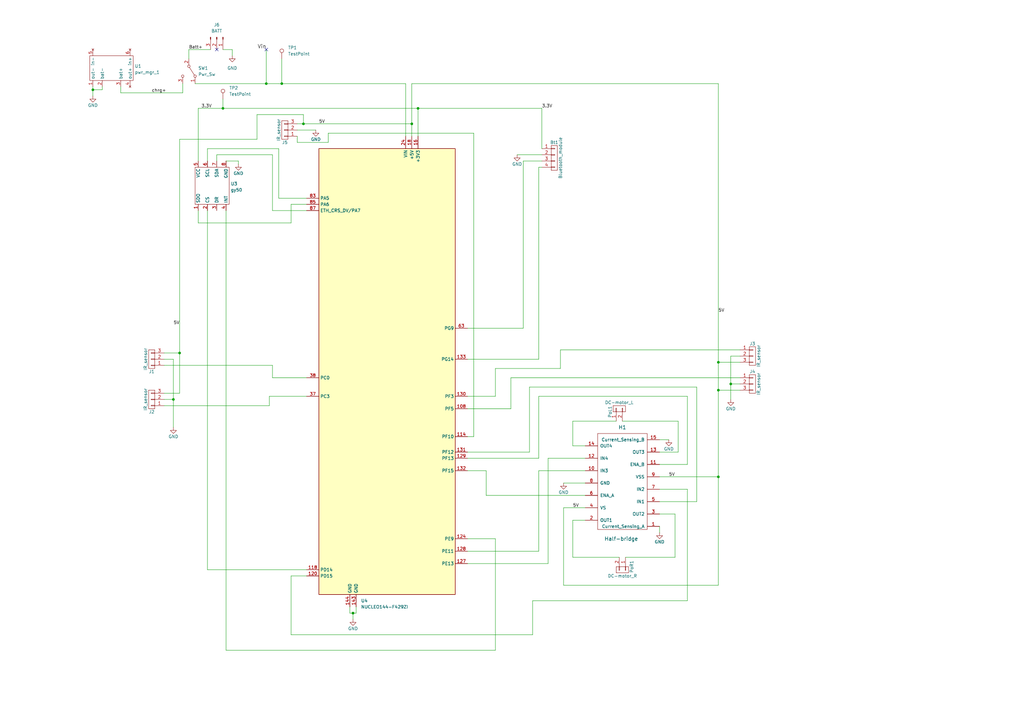
<source format=kicad_sch>
(kicad_sch (version 20211123) (generator eeschema)
  (paper "A3")
  (lib_symbols
    (symbol "Connector:Conn_01x03_Male" (pin_names (offset 1.016) hide)
      (property "Reference" "J" (at 0 5.08 0))
      (property "Value" "Conn_01x03_Male" (at 0 -5.08 0))
      (symbol "Conn_01x03_Male_1_1"
        (polyline (pts (xy 1.27 -2.54) (xy 0.8636 -2.54)) (stroke (width 0.1524)))
        (polyline (pts (xy 1.27 0) (xy 0.8636 0)) (stroke (width 0.1524)))
        (polyline (pts (xy 1.27 2.54) (xy 0.8636 2.54)) (stroke (width 0.1524)))
        (rectangle (start 0.8636 -2.413) (end 0 -2.667) (stroke (width 0.1524)) (fill (type outline)))
        (rectangle (start 0.8636 0.127) (end 0 -0.127) (stroke (width 0.1524)) (fill (type outline)))
        (rectangle (start 0.8636 2.667) (end 0 2.413) (stroke (width 0.1524)) (fill (type outline)))
        (pin passive line (at 5.08 2.54 180) (length 3.81) (name "Pin_1") (number "1"))
        (pin passive line (at 5.08 0 180) (length 3.81) (name "Pin_2") (number "2"))
        (pin passive line (at 5.08 -2.54 180) (length 3.81) (name "Pin_3") (number "3"))
      )
    )
    (symbol "Connector:TestPoint" (pin_numbers hide) (pin_names (offset 0.762) hide)
      (property "Reference" "TP" (at 0 6.858 0))
      (property "Value" "TestPoint" (at 0 5.08 0))
      (symbol "TestPoint_0_1"
        (circle (center 0 3.302) (radius 0.762))
      )
      (symbol "TestPoint_1_1"
        (pin passive line (at 0 0 90) (length 2.54) (name "1") (number "1"))
      )
    )
    (symbol "MCU_Module:NUCLEO144-F429ZI"
      (property "Reference" "U4" (at -4.3306 -93.98 0))
      (property "Value" "NUCLEO144-F429ZI" (at -4.3306 -96.52 0))
      (symbol "NUCLEO144-F429ZI_0_1"
        (rectangle (start -21.59 91.44) (end 34.29 -91.44) (stroke (width 0.254)) (fill (type background)))
      )
      (symbol "NUCLEO144-F429ZI_1_1"
        (pin bidirectional line (at 39.37 -15.24 180) (length 5.08) (name "PF5") (number "108"))
        (pin bidirectional line (at 39.37 -26.67 180) (length 5.08) (name "PF10") (number "114"))
        (pin bidirectional line (at -26.67 -81.28 0) (length 5.08) (name "PD14") (number "118"))
        (pin bidirectional line (at -26.67 -83.82 0) (length 5.08) (name "PD15") (number "120"))
        (pin bidirectional line (at 39.37 -68.58 180) (length 5.08) (name "PE9") (number "124"))
        (pin bidirectional line (at 39.37 -78.74 180) (length 5.08) (name "PE13") (number "127"))
        (pin bidirectional line (at 39.37 -73.66 180) (length 5.08) (name "PE11") (number "128"))
        (pin bidirectional line (at 39.37 -35.56 180) (length 5.08) (name "PF13") (number "129"))
        (pin bidirectional line (at 39.37 -10.16 180) (length 5.08) (name "PF3") (number "130"))
        (pin bidirectional line (at 39.37 -33.02 180) (length 5.08) (name "PF12") (number "131"))
        (pin bidirectional line (at 39.37 -40.64 180) (length 5.08) (name "PF15") (number "132"))
        (pin bidirectional line (at 39.37 5.08 180) (length 5.08) (name "PG14") (number "133"))
        (pin power_in line (at -6.35 -96.52 90) (length 5.08) (name "GND") (number "143"))
        (pin power_in line (at -8.89 -96.52 90) (length 5.08) (name "GND") (number "144"))
        (pin power_in line (at 19.05 96.52 270) (length 5.08) (name "+3V3") (number "16"))
        (pin power_in line (at 16.51 96.52 270) (length 5.08) (name "+5V") (number "18"))
        (pin power_in line (at 13.97 96.52 270) (length 5.08) (name "VIN") (number "24"))
        (pin bidirectional line (at -26.67 -10.16 0) (length 5.08) (name "PC3") (number "37"))
        (pin bidirectional line (at -26.67 -2.54 0) (length 5.08) (name "PC0") (number "38"))
        (pin bidirectional line (at 39.37 17.78 180) (length 5.08) (name "PG9") (number "63"))
        (pin bidirectional line (at -26.67 71.12 0) (length 5.08) (name "PA5") (number "83"))
        (pin bidirectional line (at -26.67 68.58 0) (length 5.08) (name "PA6") (number "85"))
        (pin bidirectional line (at -26.67 66.04 0) (length 5.08) (name "ETH_CRS_DV/PA7") (number "87"))
      )
    )
    (symbol "Switch:SW_SPDT" (pin_names (offset 0) hide)
      (property "Reference" "SW" (at 0 4.318 0))
      (property "Value" "SW_SPDT" (at 0 -5.08 0))
      (symbol "SW_SPDT_0_0"
        (circle (center -2.032 0) (radius 0.508))
        (circle (center 2.032 -2.54) (radius 0.508))
      )
      (symbol "SW_SPDT_0_1"
        (polyline (pts (xy -1.524 0.254) (xy 1.651 2.286)))
        (circle (center 2.032 2.54) (radius 0.508))
      )
      (symbol "SW_SPDT_1_1"
        (pin passive line (at 5.08 2.54 180) (length 2.54) (name "A") (number "1"))
        (pin passive line (at -5.08 0 0) (length 2.54) (name "B") (number "2"))
        (pin passive line (at 5.08 -2.54 180) (length 2.54) (name "C") (number "3"))
      )
    )
    (symbol "ardu_auto2_0-rescue:CONN_01X02-Arduino_shield-rescue" (pin_names (offset 1.016) hide)
      (property "Reference" "J" (at 0 3.81 0))
      (property "Value" "CONN_01X02-Arduino_shield-rescue" (at 2.54 0 90))
      (symbol "CONN_01X02-Arduino_shield-rescue_0_1"
        (rectangle (start -1.27 -1.143) (end 0.254 -1.397))
        (rectangle (start -1.27 1.397) (end 0.254 1.143))
        (rectangle (start -1.27 2.54) (end 1.27 -2.54))
      )
      (symbol "CONN_01X02-Arduino_shield-rescue_1_1"
        (pin passive line (at -5.08 1.27 0) (length 3.81) (name "P1") (number "1"))
        (pin passive line (at -5.08 -1.27 0) (length 3.81) (name "P2") (number "2"))
      )
    )
    (symbol "ardu_auto2_0-rescue:CONN_01X03-Arduino_shield-rescue" (pin_names (offset 1.016) hide)
      (property "Reference" "J" (at 0 5.08 0))
      (property "Value" "CONN_01X03-Arduino_shield-rescue" (at 2.54 0 90))
      (symbol "CONN_01X03-Arduino_shield-rescue_0_1"
        (rectangle (start -1.27 -2.413) (end 0.254 -2.667))
        (rectangle (start -1.27 0.127) (end 0.254 -0.127))
        (rectangle (start -1.27 2.667) (end 0.254 2.413))
        (rectangle (start -1.27 3.81) (end 1.27 -3.81))
      )
      (symbol "CONN_01X03-Arduino_shield-rescue_1_1"
        (pin passive line (at -5.08 2.54 0) (length 3.81) (name "P1") (number "1"))
        (pin passive line (at -5.08 0 0) (length 3.81) (name "P2") (number "2"))
        (pin passive line (at -5.08 -2.54 0) (length 3.81) (name "P3") (number "3"))
      )
    )
    (symbol "ardu_auto2_0-rescue:CONN_01X04-Arduino_shield-rescue" (pin_names (offset 1.016) hide)
      (property "Reference" "J" (at 0 6.35 0))
      (property "Value" "CONN_01X04-Arduino_shield-rescue" (at 2.54 0 90))
      (symbol "CONN_01X04-Arduino_shield-rescue_0_1"
        (rectangle (start -1.27 -3.683) (end 0.254 -3.937))
        (rectangle (start -1.27 -1.143) (end 0.254 -1.397))
        (rectangle (start -1.27 1.397) (end 0.254 1.143))
        (rectangle (start -1.27 3.937) (end 0.254 3.683))
        (rectangle (start -1.27 5.08) (end 1.27 -5.08))
      )
      (symbol "CONN_01X04-Arduino_shield-rescue_1_1"
        (pin passive line (at -5.08 3.81 0) (length 3.81) (name "P1") (number "1"))
        (pin passive line (at -5.08 1.27 0) (length 3.81) (name "P2") (number "2"))
        (pin passive line (at -5.08 -1.27 0) (length 3.81) (name "P3") (number "3"))
        (pin passive line (at -5.08 -3.81 0) (length 3.81) (name "P4") (number "4"))
      )
    )
    (symbol "ardu_auto2_0-rescue:Half-bridge-Arduino_shield-rescue" (pin_names (offset 1.016))
      (property "Reference" "U" (at -15.24 40.64 0))
      (property "Value" "Half-bridge-Arduino_shield-rescue" (at -13.97 -5.08 0))
      (symbol "Half-bridge-Arduino_shield-rescue_0_1"
        (rectangle (start -25.4 38.1) (end -5.08 -1.27))
      )
      (symbol "Half-bridge-Arduino_shield-rescue_1_1"
        (pin input line (at 0 0 180) (length 5.08) (name "Current_Sensing_A") (number "1"))
        (pin input line (at -30.48 22.86 0) (length 5.08) (name "IN3") (number "10"))
        (pin input line (at 0 25.4 180) (length 5.08) (name "ENA_B") (number "11"))
        (pin input line (at -30.48 27.94 0) (length 5.08) (name "IN4") (number "12"))
        (pin input line (at 0 30.48 180) (length 5.08) (name "OUT3") (number "13"))
        (pin input line (at -30.48 33.02 0) (length 5.08) (name "OUT4") (number "14"))
        (pin input line (at 0 35.56 180) (length 5.08) (name "Current_Sensing_B") (number "15"))
        (pin input line (at -30.48 2.54 0) (length 5.08) (name "OUT1") (number "2"))
        (pin input line (at 0 5.08 180) (length 5.08) (name "OUT2") (number "3"))
        (pin input line (at -30.48 7.62 0) (length 5.08) (name "VS") (number "4"))
        (pin input line (at 0 10.16 180) (length 5.08) (name "IN1") (number "5"))
        (pin input line (at -30.48 12.7 0) (length 5.08) (name "ENA_A") (number "6"))
        (pin input line (at 0 15.24 180) (length 5.08) (name "IN2") (number "7"))
        (pin input line (at -30.48 17.78 0) (length 5.08) (name "GND") (number "8"))
        (pin input line (at 0 20.32 180) (length 5.08) (name "VSS") (number "9"))
      )
    )
    (symbol "power:GND" (power) (pin_names (offset 0))
      (property "Value" "GND" (at 0 -3.81 0))
      (symbol "GND_0_1"
        (polyline (pts (xy 0 0) (xy 0 -1.27) (xy 1.27 -1.27) (xy 0 -2.54) (xy -1.27 -1.27) (xy 0 -1.27)))
      )
      (symbol "GND_1_1"
        (pin power_in line (at 0 0 270) (length 0) hide (name "GND") (number "1"))
      )
    )
    (symbol "pwr_mgr:gy50"
      (property "Reference" "U3" (at 13.335 10.9947 0))
      (property "Value" "gy50" (at 13.335 8.4578 0))
      (symbol "gy50_0_1"
        (rectangle (start -1.27 17.78) (end 12.7 2.54))
      )
      (symbol "gy50_1_1"
        (pin output line (at 0 0 90) (length 2.54) (name "SDO") (number "1"))
        (pin output line (at 3.81 0 90) (length 2.54) (name "CS") (number "2"))
        (pin output line (at 7.62 0 90) (length 2.54) (name "DR") (number "3"))
        (pin output line (at 11.43 0 90) (length 2.54) (name "INT") (number "4"))
        (pin input line (at 0 20.32 270) (length 2.54) (name "VCC") (number "5"))
        (pin input line (at 3.81 20.32 270) (length 2.54) (name "SCL") (number "6"))
        (pin bidirectional line (at 7.62 20.32 270) (length 2.54) (name "SDA") (number "7"))
        (pin bidirectional line (at 11.43 20.32 270) (length 2.54) (name "GND") (number "8"))
      )
    )
    (symbol "pwr_mgr:pwr_mgr_1"
      (property "Reference" "U1" (at 17.145 8.4547 0))
      (property "Value" "pwr_mgr_1" (at 17.145 5.9178 0))
      (symbol "pwr_mgr_1_0_1"
        (rectangle (start -1.27 12.7) (end 16.51 2.54))
      )
      (symbol "pwr_mgr_1_1_1"
        (pin bidirectional line (at 0 0 90) (length 2.54) (name "out-") (number "1"))
        (pin power_out line (at 3.81 0 90) (length 2.54) (name "bat-") (number "2"))
        (pin output line (at 11.43 0 90) (length 2.54) (name "bat+") (number "3"))
        (pin no_connect line (at 15.24 0 90) (length 2.54) (name "out+") (number "4"))
        (pin no_connect line (at 0 15.24 270) (length 2.54) (name "in-") (number "5"))
        (pin no_connect line (at 15.24 15.24 270) (length 2.54) (name "in+") (number "6"))
      )
    )
  )
  (junction (at 124.46 50.8))
  (junction (at 73.66 144.78))
  (junction (at 299.72 157.48))
  (junction (at 294.64 195.58))
  (junction (at 71.12 163.83))
  (junction (at 109.22 34.29))
  (junction (at 171.45 44.45))
  (junction (at 294.64 160.02))
  (junction (at 91.44 44.45))
  (junction (at 115.57 34.29))
  (junction (at 144.78 251.46))
  (junction (at 168.91 50.8))
  (junction (at 294.64 148.59))
  (junction (at 38.1 36.83))
  (no_connect (at 88.9 20.32))
  (no_connect (at 109.22 20.32))
  (wire (pts (xy 231.14 208.28) (xy 240.03 208.28)))
  (wire (pts (xy 88.9 63.5) (xy 111.76 63.5)))
  (wire (pts (xy 270.51 185.42) (xy 278.13 185.42)))
  (wire (pts (xy 294.64 34.29) (xy 294.64 148.59)))
  (wire (pts (xy 67.31 149.86) (xy 111.76 149.86)))
  (wire (pts (xy 81.28 44.45) (xy 81.28 66.04)))
  (wire (pts (xy 294.64 34.29) (xy 168.91 34.29)))
  (wire (pts (xy 255.27 172.72) (xy 278.13 172.72)))
  (wire (pts (xy 67.31 163.83) (xy 71.12 163.83)))
  (wire (pts (xy 67.31 166.37) (xy 110.49 166.37)))
  (wire (pts (xy 92.71 66.04) (xy 97.79 66.04)))
  (wire (pts (xy 270.51 205.74) (xy 285.75 205.74)))
  (wire (pts (xy 270.51 195.58) (xy 294.64 195.58)))
  (wire (pts (xy 71.12 163.83) (xy 71.12 175.26)))
  (wire (pts (xy 49.53 38.1) (xy 74.93 38.1)))
  (wire (pts (xy 224.79 231.14) (xy 191.77 231.14)))
  (wire (pts (xy 234.95 213.36) (xy 240.03 213.36)))
  (wire (pts (xy 224.79 187.96) (xy 224.79 231.14)))
  (wire (pts (xy 85.09 60.96) (xy 114.3 60.96)))
  (wire (pts (xy 77.47 24.13) (xy 77.47 20.32)))
  (wire (pts (xy 92.71 266.7) (xy 203.2 266.7)))
  (wire (pts (xy 199.39 203.2) (xy 199.39 193.04)))
  (wire (pts (xy 124.46 50.8) (xy 168.91 50.8)))
  (wire (pts (xy 303.53 154.94) (xy 209.55 154.94)))
  (wire (pts (xy 73.66 57.15) (xy 105.41 57.15)))
  (wire (pts (xy 270.51 215.9) (xy 270.51 218.44)))
  (wire (pts (xy 166.37 55.88) (xy 166.37 34.29)))
  (wire (pts (xy 81.28 86.36) (xy 81.28 91.44)))
  (wire (pts (xy 294.64 160.02) (xy 294.64 195.58)))
  (wire (pts (xy 77.47 20.32) (xy 86.36 20.32)))
  (wire (pts (xy 229.87 151.13) (xy 203.2 151.13)))
  (wire (pts (xy 67.31 147.32) (xy 71.12 147.32)))
  (wire (pts (xy 294.64 160.02) (xy 303.53 160.02)))
  (wire (pts (xy 220.98 147.32) (xy 191.77 147.32)))
  (wire (pts (xy 124.46 46.99) (xy 124.46 50.8)))
  (wire (pts (xy 294.64 148.59) (xy 303.53 148.59)))
  (wire (pts (xy 254 228.6) (xy 234.95 228.6)))
  (wire (pts (xy 218.44 246.38) (xy 218.44 260.35)))
  (wire (pts (xy 121.92 53.34) (xy 129.54 53.34)))
  (wire (pts (xy 111.76 63.5) (xy 111.76 86.36)))
  (wire (pts (xy 144.78 251.46) (xy 144.78 254)))
  (wire (pts (xy 91.44 44.45) (xy 171.45 44.45)))
  (wire (pts (xy 222.25 44.45) (xy 171.45 44.45)))
  (wire (pts (xy 218.44 260.35) (xy 119.38 260.35)))
  (wire (pts (xy 92.71 86.36) (xy 92.71 266.7)))
  (wire (pts (xy 95.25 20.32) (xy 95.25 22.86)))
  (wire (pts (xy 220.98 162.56) (xy 220.98 187.96)))
  (wire (pts (xy 299.72 157.48) (xy 303.53 157.48)))
  (wire (pts (xy 252.73 172.72) (xy 234.95 172.72)))
  (wire (pts (xy 146.05 251.46) (xy 144.78 251.46)))
  (wire (pts (xy 85.09 60.96) (xy 85.09 66.04)))
  (wire (pts (xy 114.3 60.96) (xy 114.3 81.28)))
  (wire (pts (xy 229.87 143.51) (xy 303.53 143.51)))
  (wire (pts (xy 91.44 40.64) (xy 91.44 44.45)))
  (wire (pts (xy 111.76 149.86) (xy 111.76 154.94)))
  (wire (pts (xy 234.95 172.72) (xy 234.95 182.88)))
  (wire (pts (xy 217.17 158.75) (xy 217.17 185.42)))
  (wire (pts (xy 119.38 91.44) (xy 119.38 83.82)))
  (wire (pts (xy 91.44 20.32) (xy 95.25 20.32)))
  (wire (pts (xy 80.01 34.29) (xy 109.22 34.29)))
  (wire (pts (xy 212.09 63.5) (xy 222.25 63.5)))
  (wire (pts (xy 240.03 203.2) (xy 199.39 203.2)))
  (wire (pts (xy 234.95 228.6) (xy 234.95 213.36)))
  (wire (pts (xy 220.98 68.58) (xy 220.98 147.32)))
  (wire (pts (xy 194.31 54.61) (xy 194.31 179.07)))
  (wire (pts (xy 209.55 167.64) (xy 191.77 167.64)))
  (wire (pts (xy 71.12 147.32) (xy 71.12 163.83)))
  (wire (pts (xy 214.63 134.62) (xy 191.77 134.62)))
  (wire (pts (xy 114.3 81.28) (xy 125.73 81.28)))
  (wire (pts (xy 276.86 228.6) (xy 276.86 210.82)))
  (wire (pts (xy 38.1 36.83) (xy 38.1 39.37)))
  (wire (pts (xy 294.64 148.59) (xy 294.64 160.02)))
  (wire (pts (xy 146.05 248.92) (xy 146.05 251.46)))
  (wire (pts (xy 234.95 182.88) (xy 240.03 182.88)))
  (wire (pts (xy 121.92 58.42) (xy 121.92 55.88)))
  (wire (pts (xy 281.94 200.66) (xy 281.94 246.38)))
  (wire (pts (xy 143.51 248.92) (xy 143.51 251.46)))
  (wire (pts (xy 217.17 185.42) (xy 191.77 185.42)))
  (wire (pts (xy 194.31 179.07) (xy 191.77 179.07)))
  (wire (pts (xy 278.13 185.42) (xy 278.13 172.72)))
  (wire (pts (xy 105.41 46.99) (xy 124.46 46.99)))
  (wire (pts (xy 199.39 193.04) (xy 191.77 193.04)))
  (wire (pts (xy 119.38 260.35) (xy 119.38 236.22)))
  (wire (pts (xy 41.91 36.83) (xy 38.1 36.83)))
  (wire (pts (xy 222.25 66.04) (xy 214.63 66.04)))
  (wire (pts (xy 299.72 146.05) (xy 299.72 157.48)))
  (wire (pts (xy 270.51 180.34) (xy 274.32 180.34)))
  (wire (pts (xy 119.38 83.82) (xy 125.73 83.82)))
  (wire (pts (xy 125.73 233.68) (xy 85.09 233.68)))
  (wire (pts (xy 110.49 162.56) (xy 125.73 162.56)))
  (wire (pts (xy 171.45 44.45) (xy 171.45 55.88)))
  (wire (pts (xy 81.28 44.45) (xy 91.44 44.45)))
  (wire (pts (xy 41.91 35.56) (xy 41.91 36.83)))
  (wire (pts (xy 194.31 54.61) (xy 134.62 54.61)))
  (wire (pts (xy 229.87 143.51) (xy 229.87 151.13)))
  (wire (pts (xy 67.31 161.29) (xy 73.66 161.29)))
  (wire (pts (xy 220.98 226.06) (xy 191.77 226.06)))
  (wire (pts (xy 88.9 66.04) (xy 88.9 63.5)))
  (wire (pts (xy 168.91 34.29) (xy 168.91 50.8)))
  (wire (pts (xy 119.38 236.22) (xy 125.73 236.22)))
  (wire (pts (xy 73.66 144.78) (xy 73.66 161.29)))
  (wire (pts (xy 281.94 246.38) (xy 218.44 246.38)))
  (wire (pts (xy 143.51 251.46) (xy 144.78 251.46)))
  (wire (pts (xy 231.14 198.12) (xy 240.03 198.12)))
  (wire (pts (xy 214.63 66.04) (xy 214.63 134.62)))
  (wire (pts (xy 209.55 154.94) (xy 209.55 167.64)))
  (wire (pts (xy 270.51 200.66) (xy 281.94 200.66)))
  (wire (pts (xy 110.49 166.37) (xy 110.49 162.56)))
  (wire (pts (xy 115.57 24.13) (xy 115.57 34.29)))
  (wire (pts (xy 49.53 35.56) (xy 49.53 38.1)))
  (wire (pts (xy 222.25 60.96) (xy 222.25 44.45)))
  (wire (pts (xy 285.75 158.75) (xy 217.17 158.75)))
  (wire (pts (xy 276.86 210.82) (xy 270.51 210.82)))
  (wire (pts (xy 97.79 66.04) (xy 97.79 67.31)))
  (wire (pts (xy 85.09 233.68) (xy 85.09 86.36)))
  (wire (pts (xy 111.76 86.36) (xy 125.73 86.36)))
  (wire (pts (xy 134.62 58.42) (xy 121.92 58.42)))
  (wire (pts (xy 168.91 50.8) (xy 168.91 55.88)))
  (wire (pts (xy 134.62 54.61) (xy 134.62 58.42)))
  (wire (pts (xy 299.72 157.48) (xy 299.72 163.83)))
  (wire (pts (xy 281.94 162.56) (xy 220.98 162.56)))
  (wire (pts (xy 73.66 57.15) (xy 73.66 144.78)))
  (wire (pts (xy 109.22 34.29) (xy 109.22 20.32)))
  (wire (pts (xy 111.76 154.94) (xy 125.73 154.94)))
  (wire (pts (xy 231.14 240.03) (xy 231.14 208.28)))
  (wire (pts (xy 303.53 146.05) (xy 299.72 146.05)))
  (wire (pts (xy 270.51 190.5) (xy 281.94 190.5)))
  (wire (pts (xy 222.25 68.58) (xy 220.98 68.58)))
  (wire (pts (xy 256.54 228.6) (xy 276.86 228.6)))
  (wire (pts (xy 240.03 187.96) (xy 224.79 187.96)))
  (wire (pts (xy 203.2 151.13) (xy 203.2 162.56)))
  (wire (pts (xy 220.98 187.96) (xy 191.77 187.96)))
  (wire (pts (xy 285.75 205.74) (xy 285.75 158.75)))
  (wire (pts (xy 203.2 220.98) (xy 191.77 220.98)))
  (wire (pts (xy 240.03 193.04) (xy 220.98 193.04)))
  (wire (pts (xy 38.1 35.56) (xy 38.1 36.83)))
  (wire (pts (xy 74.93 38.1) (xy 74.93 34.29)))
  (wire (pts (xy 294.64 195.58) (xy 294.64 240.03)))
  (wire (pts (xy 203.2 266.7) (xy 203.2 220.98)))
  (wire (pts (xy 121.92 50.8) (xy 124.46 50.8)))
  (wire (pts (xy 281.94 190.5) (xy 281.94 162.56)))
  (wire (pts (xy 166.37 34.29) (xy 115.57 34.29)))
  (wire (pts (xy 81.28 91.44) (xy 119.38 91.44)))
  (wire (pts (xy 105.41 57.15) (xy 105.41 46.99)))
  (wire (pts (xy 67.31 144.78) (xy 73.66 144.78)))
  (wire (pts (xy 294.64 240.03) (xy 231.14 240.03)))
  (wire (pts (xy 203.2 162.56) (xy 191.77 162.56)))
  (wire (pts (xy 220.98 193.04) (xy 220.98 226.06)))
  (wire (pts (xy 115.57 34.29) (xy 109.22 34.29)))
  (label "5V" (at 130.81 50.8 0))
  (label "3.3V" (at 82.55 44.45 0))
  (label "5V" (at 294.64 128.27 0))
  (label "Vin" (at 109.22 20.32 180) (effects (font (size 1.524 1.524))))
  (label "5V" (at 274.32 195.58 0))
  (label "3.3V" (at 222.25 44.45 0))
  (label "Batt+" (at 77.47 20.32 0))
  (label "5V" (at 234.95 208.28 0))
  (label "5V" (at 73.66 133.35 180))
  (label "chrg+" (at 62.23 38.1 0))
  (symbol (lib_id "ardu_auto2_0-rescue:CONN_01X02-Arduino_shield-rescue") (at 255.27 233.68 270) (unit 1)
    (property "Reference" "PoR1" (at 259.08 232.41 0))
    (property "Value" "DC-motor_R" (at 255.27 236.22 90))
    (property "Footprint" "Connector_PinHeader_2.54mm:PinHeader_1x02_P2.54mm_Horizontal" (effects hide))
  )
  (symbol (lib_id "power:GND") (at 299.72 163.83 0) (unit 1)
    (property "Reference" "#PWR0112" (effects hide))
    (property "Value" "GND" (at 299.72 167.64 0))
  )
  (symbol (lib_id "ardu_auto2_0-rescue:CONN_01X03-Arduino_shield-rescue") (at 308.61 146.05 0) (unit 1)
    (property "Reference" "J3" (at 308.61 140.97 0))
    (property "Value" "IR_sensor" (at 311.15 146.05 90))
    (property "Footprint" "Connector_PinHeader_2.54mm:PinHeader_1x03_P2.54mm_Vertical" (effects hide))
  )
  (symbol (lib_id "power:GND") (at 97.79 67.31 0) (unit 1)
    (property "Reference" "#PWR0101" (effects hide))
    (property "Value" "GND" (at 97.79 71.12 0))
  )
  (symbol (lib_id "Switch:SW_SPDT") (at 77.47 29.21 270) (unit 1)
    (property "Reference" "SW1" (at 81.28 27.9399 90) (effects (justify left)))
    (property "Value" "Pwr_Sw" (at 81.28 30.4799 90) (effects (justify left)))
    (property "Footprint" "Omat:SPDT" (effects hide))
  )
  (symbol (lib_id "power:GND") (at 212.09 63.5 0) (unit 1)
    (property "Reference" "#PWR0108" (effects hide))
    (property "Value" "GND" (at 212.09 67.31 0))
  )
  (symbol (lib_id "power:GND") (at 129.54 53.34 0) (unit 1)
    (property "Reference" "#PWR0105" (effects hide))
    (property "Value" "GND" (at 129.54 57.15 0))
  )
  (symbol (lib_id "pwr_mgr:pwr_mgr_1") (at 38.1 35.56 0) (unit 1)
    (property "Reference" "U1" (at 55.245 27.1053 0) (effects (justify left)))
    (property "Value" "pwr_mgr_1" (at 55.245 29.6422 0) (effects (justify left)))
    (property "Footprint" "Omat:TPS4056" (effects hide))
  )
  (symbol (lib_id "power:GND") (at 231.14 198.12 0) (unit 1)
    (property "Reference" "#PWR0109" (effects hide))
    (property "Value" "GND" (at 231.14 201.93 0))
  )
  (symbol (lib_id "pwr_mgr:gy50") (at 81.28 86.36 0) (unit 1)
    (property "Reference" "U3" (at 94.615 75.3653 0) (effects (justify left)))
    (property "Value" "gy50" (at 94.615 77.9022 0) (effects (justify left)))
    (property "Footprint" "Omat:GY-50" (effects hide))
  )
  (symbol (lib_id "ardu_auto2_0-rescue:Half-bridge-Arduino_shield-rescue") (at 270.51 215.9 0) (unit 1)
    (property "Reference" "H1" (at 255.27 175.26 0) (effects (font (size 1.524 1.524))))
    (property "Value" "Half-bridge" (at 254.8128 220.98 0) (effects (font (size 1.524 1.524))))
    (property "Footprint" "Omat:L298HN" (effects hide))
  )
  (symbol (lib_id "power:GND") (at 144.78 254 0) (unit 1)
    (property "Reference" "#PWR0106" (effects hide))
    (property "Value" "GND" (at 144.78 257.81 0))
  )
  (symbol (lib_id "Connector:TestPoint") (at 91.44 40.64 0) (unit 1)
    (property "Reference" "TP2" (at 93.98 36.0679 0) (effects (justify left)))
    (property "Value" "TestPoint" (at 93.98 38.6079 0) (effects (justify left)))
    (property "Footprint" "Connector_Pin:Pin_D0.7mm_L6.5mm_W1.8mm_FlatFork" (effects hide))
  )
  (symbol (lib_id "power:GND") (at 95.25 22.86 0) (unit 1)
    (property "Reference" "#PWR0102" (effects hide))
    (property "Value" "GND" (at 95.25 27.94 0))
  )
  (symbol (lib_id "ardu_auto2_0-rescue:CONN_01X03-Arduino_shield-rescue") (at 62.23 163.83 180) (unit 1)
    (property "Reference" "J2" (at 62.23 168.91 0))
    (property "Value" "IR_sensor" (at 59.69 163.83 90))
    (property "Footprint" "Connector_PinHeader_2.54mm:PinHeader_1x03_P2.54mm_Vertical" (effects hide))
  )
  (symbol (lib_id "ardu_auto2_0-rescue:CONN_01X03-Arduino_shield-rescue") (at 62.23 147.32 180) (unit 1)
    (property "Reference" "J1" (at 62.23 152.4 0))
    (property "Value" "IR_sensor" (at 59.69 147.32 90))
    (property "Footprint" "Connector_PinHeader_2.54mm:PinHeader_1x03_P2.54mm_Vertical" (effects hide))
  )
  (symbol (lib_id "Connector:TestPoint") (at 115.57 24.13 0) (unit 1)
    (property "Reference" "TP1" (at 118.11 19.5579 0) (effects (justify left)))
    (property "Value" "TestPoint" (at 118.11 22.0979 0) (effects (justify left)))
    (property "Footprint" "Connector_Pin:Pin_D0.7mm_L6.5mm_W1.8mm_FlatFork" (effects hide))
  )
  (symbol (lib_id "ardu_auto2_0-rescue:CONN_01X04-Arduino_shield-rescue") (at 227.33 64.77 0) (unit 1)
    (property "Reference" "Bt1" (at 227.33 58.42 0))
    (property "Value" "Bluetooth_module" (at 229.87 64.77 90))
    (property "Footprint" "Connector_PinHeader_2.54mm:PinHeader_1x04_P2.54mm_Vertical" (effects hide))
  )
  (symbol (lib_id "MCU_Module:NUCLEO144-F429ZI") (at 152.4 152.4 0) (unit 1)
    (property "Reference" "U4" (at 148.0694 246.38 0) (effects (justify left)))
    (property "Value" "NUCLEO144-F429ZI" (at 148.0694 248.92 0) (effects (justify left)))
    (property "Footprint" "Omat:ST_Morpho_Connector_144_STLink_MountingHoles_modded" (effects hide))
    (property "Datasheet" "http://www.st.com/content/ccc/resource/technical/document/data_brief/group0/7b/df/1d/e9/64/55/43/8d/DM00247910/files/DM00247910.pdf/jcr:content/translations/en.DM00247910.pdf" (effects hide))
  )
  (symbol (lib_id "Connector:Conn_01x03_Male") (at 88.9 15.24 270) (unit 1)
    (property "Reference" "J6" (at 88.9 10.16 90))
    (property "Value" "BATT" (at 88.9 12.7 90))
    (property "Footprint" "Omat:Connector_3pin" (effects hide))
  )
  (symbol (lib_id "ardu_auto2_0-rescue:CONN_01X02-Arduino_shield-rescue") (at 254 167.64 90) (unit 1)
    (property "Reference" "PoL1" (at 250.19 168.91 0))
    (property "Value" "DC-motor_L" (at 254 165.1 90))
    (property "Footprint" "Connector_PinHeader_2.54mm:PinHeader_1x02_P2.54mm_Horizontal" (effects hide))
  )
  (symbol (lib_id "ardu_auto2_0-rescue:CONN_01X03-Arduino_shield-rescue") (at 308.61 157.48 0) (unit 1)
    (property "Reference" "J4" (at 308.61 152.4 0))
    (property "Value" "IR_sensor" (at 311.15 157.48 90))
    (property "Footprint" "Connector_PinHeader_2.54mm:PinHeader_1x03_P2.54mm_Vertical" (effects hide))
  )
  (symbol (lib_id "power:GND") (at 274.32 180.34 0) (unit 1)
    (property "Reference" "#PWR0111" (effects hide))
    (property "Value" "GND" (at 274.32 184.15 0))
  )
  (symbol (lib_id "ardu_auto2_0-rescue:CONN_01X03-Arduino_shield-rescue") (at 116.84 53.34 180) (unit 1)
    (property "Reference" "J5" (at 116.84 58.42 0))
    (property "Value" "IR_sensor" (at 114.3 53.34 90))
    (property "Footprint" "Connector_PinHeader_2.54mm:PinHeader_1x03_P2.54mm_Vertical" (effects hide))
  )
  (symbol (lib_id "power:GND") (at 71.12 175.26 0) (unit 1)
    (property "Reference" "#PWR0104" (effects hide))
    (property "Value" "GND" (at 71.12 179.07 0))
  )
  (symbol (lib_id "power:GND") (at 270.51 218.44 0) (unit 1)
    (property "Reference" "#PWR0110" (effects hide))
    (property "Value" "GND" (at 270.51 222.25 0))
  )
  (symbol (lib_id "power:GND") (at 38.1 39.37 0) (unit 1)
    (property "Reference" "#PWR0103" (effects hide))
    (property "Value" "GND" (at 38.1 43.18 0))
  )
)
</source>
